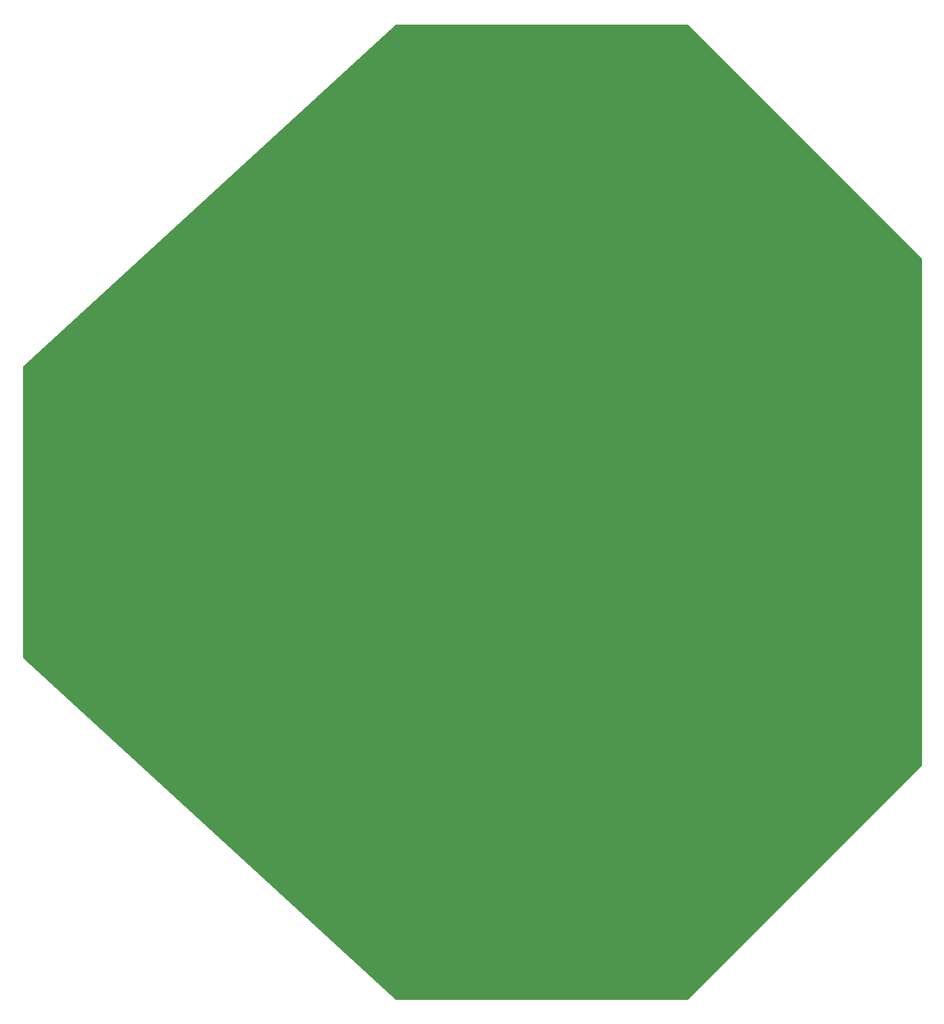
<source format=gbr>
%TF.GenerationSoftware,KiCad,Pcbnew,(5.1.9)-1*%
%TF.CreationDate,2021-08-06T15:51:31-06:00*%
%TF.ProjectId,VacuumFeedThruHDMI,56616375-756d-4466-9565-645468727548,rev?*%
%TF.SameCoordinates,Original*%
%TF.FileFunction,Soldermask,Bot*%
%TF.FilePolarity,Negative*%
%FSLAX46Y46*%
G04 Gerber Fmt 4.6, Leading zero omitted, Abs format (unit mm)*
G04 Created by KiCad (PCBNEW (5.1.9)-1) date 2021-08-06 15:51:31*
%MOMM*%
%LPD*%
G01*
G04 APERTURE LIST*
%ADD10C,10.000000*%
%ADD11O,4.500000X1.500000*%
%ADD12C,0.800000*%
%ADD13O,2.810000X2.810000*%
%ADD14O,0.920000X0.920000*%
%ADD15O,1.500000X4.500000*%
%ADD16C,0.254000*%
%ADD17C,0.100000*%
G04 APERTURE END LIST*
D10*
%TO.C,J2*%
X15795259Y-38133128D03*
X38133128Y-15795259D03*
X38133128Y15795259D03*
X15795259Y38133128D03*
X-15795259Y38133128D03*
X-38133128Y15795259D03*
X-38133128Y-15795259D03*
X-15795259Y-38133128D03*
%TD*%
D11*
%TO.C,J1_(6:10)*%
X0Y69750000D03*
X0Y56250000D03*
D12*
X-900000Y67500000D03*
X900000Y67000000D03*
X-900000Y66500000D03*
X900000Y66000000D03*
X-900000Y65500000D03*
X900000Y65000000D03*
X-900000Y64500000D03*
X900000Y64000000D03*
X-900000Y63500000D03*
X900000Y63000000D03*
X-900000Y62500000D03*
X900000Y62000000D03*
X-900000Y61500000D03*
X900000Y61000000D03*
X-900000Y60500000D03*
X900000Y60000000D03*
X-900000Y59500000D03*
X900000Y59000000D03*
X-900000Y58500000D03*
%TD*%
D13*
%TO.C,J1*%
X-12275000Y12550000D03*
X12275000Y12550000D03*
D14*
X7620000Y12000000D03*
X6985000Y13100000D03*
X6350000Y12000000D03*
X5715000Y13100000D03*
X5080000Y12000000D03*
X4445000Y13100000D03*
X3810000Y12000000D03*
X3175000Y13100000D03*
X2540000Y12000000D03*
X1905000Y13100000D03*
X1270000Y12000000D03*
X635000Y13100000D03*
X0Y12000000D03*
X-635000Y13100000D03*
X-1270000Y12000000D03*
X-1905000Y13100000D03*
X-2540000Y12000000D03*
X-3175000Y13100000D03*
X-3810000Y12000000D03*
X-4445000Y13100000D03*
X-5080000Y12000000D03*
X-5715000Y13100000D03*
X-6350000Y12000000D03*
X-6985000Y13100000D03*
X-7620000Y12000000D03*
%TD*%
D11*
%TO.C,J3_(6:10)*%
X0Y-56250000D03*
X0Y-69750000D03*
D12*
X-900000Y-58500000D03*
X900000Y-59000000D03*
X-900000Y-59500000D03*
X900000Y-60000000D03*
X-900000Y-60500000D03*
X900000Y-61000000D03*
X-900000Y-61500000D03*
X900000Y-62000000D03*
X-900000Y-62500000D03*
X900000Y-63000000D03*
X-900000Y-63500000D03*
X900000Y-64000000D03*
X-900000Y-64500000D03*
X900000Y-65000000D03*
X-900000Y-65500000D03*
X900000Y-66000000D03*
X-900000Y-66500000D03*
X900000Y-67000000D03*
X-900000Y-67500000D03*
%TD*%
D11*
%TO.C,J3_(11:12)*%
X15900000Y-56250000D03*
X15900000Y-69750000D03*
D12*
X15000000Y-58500000D03*
X16800000Y-59000000D03*
X15000000Y-59500000D03*
X16800000Y-60000000D03*
X15000000Y-60500000D03*
X16800000Y-61000000D03*
X15000000Y-61500000D03*
X16800000Y-62000000D03*
X15000000Y-62500000D03*
X16800000Y-63000000D03*
X15000000Y-63500000D03*
X16800000Y-64000000D03*
X15000000Y-64500000D03*
X16800000Y-65000000D03*
X15000000Y-65500000D03*
X16800000Y-66000000D03*
X15000000Y-66500000D03*
X16800000Y-67000000D03*
X15000000Y-67500000D03*
%TD*%
D11*
%TO.C,J1_(1:5)*%
X-15900000Y69750000D03*
X-15900000Y56250000D03*
D12*
X-16800000Y67500000D03*
X-15000000Y67000000D03*
X-16800000Y66500000D03*
X-15000000Y66000000D03*
X-16800000Y65500000D03*
X-15000000Y65000000D03*
X-16800000Y64500000D03*
X-15000000Y64000000D03*
X-16800000Y63500000D03*
X-15000000Y63000000D03*
X-16800000Y62500000D03*
X-15000000Y62000000D03*
X-16800000Y61500000D03*
X-15000000Y61000000D03*
X-16800000Y60500000D03*
X-15000000Y60000000D03*
X-16800000Y59500000D03*
X-15000000Y59000000D03*
X-16800000Y58500000D03*
%TD*%
D11*
%TO.C,J1_(11:12)*%
X15900000Y69750000D03*
X15900000Y56250000D03*
D12*
X15000000Y67500000D03*
X16800000Y67000000D03*
X15000000Y66500000D03*
X16800000Y66000000D03*
X15000000Y65500000D03*
X16800000Y65000000D03*
X15000000Y64500000D03*
X16800000Y64000000D03*
X15000000Y63500000D03*
X16800000Y63000000D03*
X15000000Y62500000D03*
X16800000Y62000000D03*
X15000000Y61500000D03*
X16800000Y61000000D03*
X15000000Y60500000D03*
X16800000Y60000000D03*
X15000000Y59500000D03*
X16800000Y59000000D03*
X15000000Y58500000D03*
%TD*%
D15*
%TO.C,J2_(6:10)*%
X-61250000Y0D03*
X-74750000Y0D03*
D12*
X-63500000Y900000D03*
X-64000000Y-900000D03*
X-64500000Y900000D03*
X-65000000Y-900000D03*
X-65500000Y900000D03*
X-66000000Y-900000D03*
X-66500000Y900000D03*
X-67000000Y-900000D03*
X-67500000Y900000D03*
X-68000000Y-900000D03*
X-68500000Y900000D03*
X-69000000Y-900000D03*
X-69500000Y900000D03*
X-70000000Y-900000D03*
X-70500000Y900000D03*
X-71000000Y-900000D03*
X-71500000Y900000D03*
X-72000000Y-900000D03*
X-72500000Y900000D03*
%TD*%
D15*
%TO.C,J2_(1:5)*%
X-61250000Y-16000000D03*
X-74750000Y-16000000D03*
D12*
X-63500000Y-15100000D03*
X-64000000Y-16900000D03*
X-64500000Y-15100000D03*
X-65000000Y-16900000D03*
X-65500000Y-15100000D03*
X-66000000Y-16900000D03*
X-66500000Y-15100000D03*
X-67000000Y-16900000D03*
X-67500000Y-15100000D03*
X-68000000Y-16900000D03*
X-68500000Y-15100000D03*
X-69000000Y-16900000D03*
X-69500000Y-15100000D03*
X-70000000Y-16900000D03*
X-70500000Y-15100000D03*
X-71000000Y-16900000D03*
X-71500000Y-15100000D03*
X-72000000Y-16900000D03*
X-72500000Y-15100000D03*
%TD*%
D15*
%TO.C,J2_(11:12)*%
X-61250000Y15900000D03*
X-74750000Y15900000D03*
D12*
X-63500000Y16800000D03*
X-64000000Y15000000D03*
X-64500000Y16800000D03*
X-65000000Y15000000D03*
X-65500000Y16800000D03*
X-66000000Y15000000D03*
X-66500000Y16800000D03*
X-67000000Y15000000D03*
X-67500000Y16800000D03*
X-68000000Y15000000D03*
X-68500000Y16800000D03*
X-69000000Y15000000D03*
X-69500000Y16800000D03*
X-70000000Y15000000D03*
X-70500000Y16800000D03*
X-71000000Y15000000D03*
X-71500000Y16800000D03*
X-72000000Y15000000D03*
X-72500000Y16800000D03*
%TD*%
D13*
%TO.C,J2*%
X-12275000Y-550000D03*
X12275000Y-550000D03*
D14*
X7620000Y-1100000D03*
X6985000Y0D03*
X6350000Y-1100000D03*
X5715000Y0D03*
X5080000Y-1100000D03*
X4445000Y0D03*
X3810000Y-1100000D03*
X3175000Y0D03*
X2540000Y-1100000D03*
X1905000Y0D03*
X1270000Y-1100000D03*
X635000Y0D03*
X0Y-1100000D03*
X-635000Y0D03*
X-1270000Y-1100000D03*
X-1905000Y0D03*
X-2540000Y-1100000D03*
X-3175000Y0D03*
X-3810000Y-1100000D03*
X-4445000Y0D03*
X-5080000Y-1100000D03*
X-5715000Y0D03*
X-6350000Y-1100000D03*
X-6985000Y0D03*
X-7620000Y-1100000D03*
%TD*%
D11*
%TO.C,J3_(1:5)*%
X-15900000Y-56250000D03*
X-15900000Y-69750000D03*
D12*
X-16800000Y-58500000D03*
X-15000000Y-59000000D03*
X-16800000Y-59500000D03*
X-15000000Y-60000000D03*
X-16800000Y-60500000D03*
X-15000000Y-61000000D03*
X-16800000Y-61500000D03*
X-15000000Y-62000000D03*
X-16800000Y-62500000D03*
X-15000000Y-63000000D03*
X-16800000Y-63500000D03*
X-15000000Y-64000000D03*
X-16800000Y-64500000D03*
X-15000000Y-65000000D03*
X-16800000Y-65500000D03*
X-15000000Y-66000000D03*
X-16800000Y-66500000D03*
X-15000000Y-67000000D03*
X-16800000Y-67500000D03*
%TD*%
D13*
%TO.C,J3*%
X-12275000Y-13550000D03*
X12275000Y-13550000D03*
D14*
X7620000Y-14100000D03*
X6985000Y-13000000D03*
X6350000Y-14100000D03*
X5715000Y-13000000D03*
X5080000Y-14100000D03*
X4445000Y-13000000D03*
X3810000Y-14100000D03*
X3175000Y-13000000D03*
X2540000Y-14100000D03*
X1905000Y-13000000D03*
X1270000Y-14100000D03*
X635000Y-13000000D03*
X0Y-14100000D03*
X-635000Y-13000000D03*
X-1270000Y-14100000D03*
X-1905000Y-13000000D03*
X-2540000Y-14100000D03*
X-3175000Y-13000000D03*
X-3810000Y-14100000D03*
X-4445000Y-13000000D03*
X-5080000Y-14100000D03*
X-5715000Y-13000000D03*
X-6350000Y-14100000D03*
X-6985000Y-13000000D03*
X-7620000Y-14100000D03*
%TD*%
D16*
X60000000Y40000000D02*
X60000000Y-40000000D01*
X23000000Y-77000000D01*
X-23000000Y-77000000D01*
X-82000000Y-23000000D01*
X-82000000Y23000000D01*
X-23000000Y77000000D01*
X23000000Y77000000D01*
X60000000Y40000000D01*
D17*
G36*
X60000000Y40000000D02*
G01*
X60000000Y-40000000D01*
X23000000Y-77000000D01*
X-23000000Y-77000000D01*
X-82000000Y-23000000D01*
X-82000000Y23000000D01*
X-23000000Y77000000D01*
X23000000Y77000000D01*
X60000000Y40000000D01*
G37*
M02*

</source>
